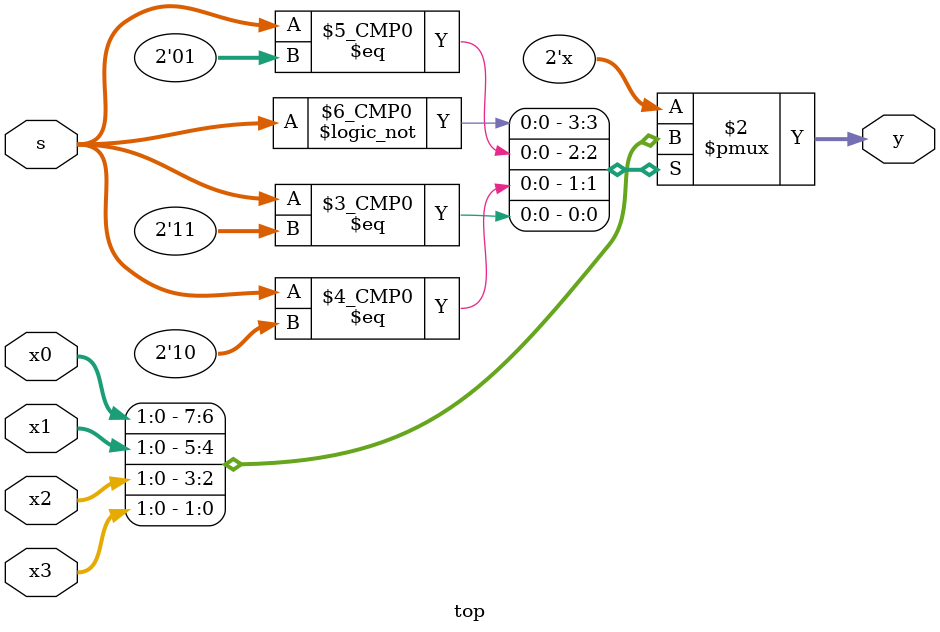
<source format=v>
module top(
     input [1:0]x0,
     input [1:0]x1,
     input [1:0]x2,
     input [1:0]x3,
     input [1:0]s,
     output reg [1:0]y
     
);
always@(*)begin
          case(s)
               2'b00 : y=x0;
               2'b01 : y=x1;
               2'b10 : y=x2;
               2'b11 : y=x3;
               default : y=2'b11;
          endcase
     end
endmodule

</source>
